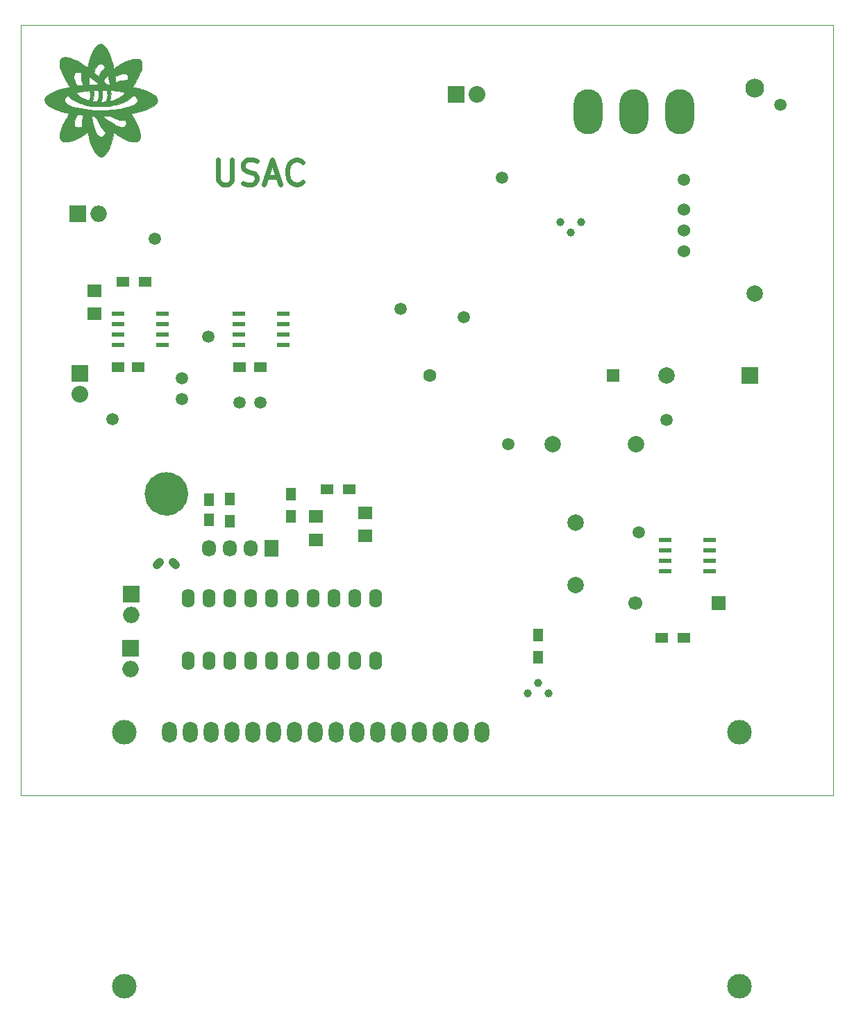
<source format=gts>
%TF.GenerationSoftware,KiCad,Pcbnew,4.0.0-rc2-stable*%
%TF.CreationDate,2016-01-15T11:30:49-06:00*%
%TF.ProjectId,GMCounter,474D436F756E7465722E6B696361645F,rev?*%
%TF.FileFunction,Soldermask,Top*%
%FSLAX46Y46*%
G04 Gerber Fmt 4.6, Leading zero omitted, Abs format (unit mm)*
G04 Created by KiCad (PCBNEW 4.0.0-rc2-stable) date 15/01/2016 11:30:49*
%MOMM*%
G01*
G04 APERTURE LIST*
%ADD10C,0.100000*%
%ADD11C,0.600000*%
%ADD12C,2.600000*%
%ADD13C,0.010000*%
%ADD14C,1.501140*%
%ADD15R,1.600000X1.600000*%
%ADD16C,1.600000*%
%ADD17R,1.800860X1.597660*%
%ADD18C,1.699260*%
%ADD19R,1.699260X1.699260*%
%ADD20C,1.998980*%
%ADD21R,1.998980X1.998980*%
%ADD22O,1.800000X2.600000*%
%ADD23C,3.000000*%
%ADD24C,2.301240*%
%ADD25R,2.032000X2.032000*%
%ADD26O,2.032000X2.032000*%
%ADD27R,1.727200X2.032000*%
%ADD28O,1.727200X2.032000*%
%ADD29C,1.000760*%
%ADD30C,1.524000*%
%ADD31O,3.500120X5.501640*%
%ADD32R,1.500000X1.300000*%
%ADD33R,1.300000X1.500000*%
%ADD34C,2.000000*%
%ADD35O,1.998980X1.998980*%
%ADD36R,1.550000X0.600000*%
%ADD37O,1.600000X2.300000*%
%ADD38C,1.000760*%
%ADD39R,1.500000X1.250000*%
%ADD40R,1.250000X1.500000*%
G04 APERTURE END LIST*
D10*
D11*
X77859572Y-59317143D02*
X77859572Y-61745714D01*
X78002429Y-62031429D01*
X78145286Y-62174286D01*
X78431000Y-62317143D01*
X79002429Y-62317143D01*
X79288143Y-62174286D01*
X79431000Y-62031429D01*
X79573857Y-61745714D01*
X79573857Y-59317143D01*
X80859572Y-62174286D02*
X81288143Y-62317143D01*
X82002429Y-62317143D01*
X82288143Y-62174286D01*
X82431000Y-62031429D01*
X82573857Y-61745714D01*
X82573857Y-61460000D01*
X82431000Y-61174286D01*
X82288143Y-61031429D01*
X82002429Y-60888571D01*
X81431000Y-60745714D01*
X81145286Y-60602857D01*
X81002429Y-60460000D01*
X80859572Y-60174286D01*
X80859572Y-59888571D01*
X81002429Y-59602857D01*
X81145286Y-59460000D01*
X81431000Y-59317143D01*
X82145286Y-59317143D01*
X82573857Y-59460000D01*
X83716715Y-61460000D02*
X85145286Y-61460000D01*
X83431000Y-62317143D02*
X84431000Y-59317143D01*
X85431000Y-62317143D01*
X88145286Y-62031429D02*
X88002429Y-62174286D01*
X87573858Y-62317143D01*
X87288144Y-62317143D01*
X86859572Y-62174286D01*
X86573858Y-61888571D01*
X86431001Y-61602857D01*
X86288144Y-61031429D01*
X86288144Y-60602857D01*
X86431001Y-60031429D01*
X86573858Y-59745714D01*
X86859572Y-59460000D01*
X87288144Y-59317143D01*
X87573858Y-59317143D01*
X88002429Y-59460000D01*
X88145286Y-59602857D01*
D12*
X72898001Y-100076000D02*
G75*
G03X72898001Y-100076000I-1350029J0D01*
G01*
D10*
X152844500Y-42862500D02*
X152844500Y-136842500D01*
X53784500Y-42862500D02*
X152844500Y-42862500D01*
X53784500Y-136842500D02*
X53784500Y-42862500D01*
X152844500Y-136842500D02*
X53784500Y-136842500D01*
D13*
G36*
X63583332Y-45201365D02*
X63713264Y-45232978D01*
X63763661Y-45253886D01*
X63846493Y-45305662D01*
X63942563Y-45384147D01*
X64042528Y-45480242D01*
X64137048Y-45584846D01*
X64216783Y-45688859D01*
X64229325Y-45707552D01*
X64360989Y-45930542D01*
X64489665Y-46190628D01*
X64613493Y-46482588D01*
X64730614Y-46801198D01*
X64839169Y-47141237D01*
X64937297Y-47497482D01*
X65023139Y-47864711D01*
X65057531Y-48033529D01*
X65077844Y-48127722D01*
X65095444Y-48184452D01*
X65112032Y-48208357D01*
X65121949Y-48208976D01*
X65150528Y-48193194D01*
X65205392Y-48159140D01*
X65277806Y-48112329D01*
X65335798Y-48073897D01*
X65679096Y-47853243D01*
X66019172Y-47652501D01*
X66351534Y-47473909D01*
X66671687Y-47319705D01*
X66975136Y-47192126D01*
X67257389Y-47093410D01*
X67371824Y-47060203D01*
X67485336Y-47032658D01*
X67590222Y-47015384D01*
X67703985Y-47006187D01*
X67828583Y-47003002D01*
X67938992Y-47002640D01*
X68018369Y-47005169D01*
X68077998Y-47012308D01*
X68129166Y-47025778D01*
X68183158Y-47047296D01*
X68215445Y-47061937D01*
X68349135Y-47141818D01*
X68451286Y-47245977D01*
X68523310Y-47368821D01*
X68542052Y-47414657D01*
X68554744Y-47462548D01*
X68562458Y-47521864D01*
X68566266Y-47601977D01*
X68567240Y-47712258D01*
X68567142Y-47752000D01*
X68565276Y-47882453D01*
X68559760Y-47984706D01*
X68548930Y-48072843D01*
X68531125Y-48160950D01*
X68508427Y-48249416D01*
X68417969Y-48534933D01*
X68295897Y-48844104D01*
X68143596Y-49174069D01*
X67962452Y-49521965D01*
X67753850Y-49884931D01*
X67582446Y-50161823D01*
X67523584Y-50255069D01*
X67473856Y-50335555D01*
X67437290Y-50396626D01*
X67417916Y-50431624D01*
X67415873Y-50436990D01*
X67435256Y-50446500D01*
X67487456Y-50461085D01*
X67563600Y-50478453D01*
X67622248Y-50490250D01*
X67715423Y-50509483D01*
X67836916Y-50536591D01*
X67974114Y-50568654D01*
X68114400Y-50602750D01*
X68188417Y-50621341D01*
X68591691Y-50732393D01*
X68956981Y-50850485D01*
X69283747Y-50975333D01*
X69571450Y-51106651D01*
X69819549Y-51244154D01*
X70027504Y-51387556D01*
X70194775Y-51536572D01*
X70320824Y-51690916D01*
X70370744Y-51774808D01*
X70419600Y-51911412D01*
X70433591Y-52058362D01*
X70412499Y-52203035D01*
X70379614Y-52290410D01*
X70298518Y-52418876D01*
X70180577Y-52550977D01*
X70030578Y-52682691D01*
X69853312Y-52809996D01*
X69653568Y-52928870D01*
X69564250Y-52975252D01*
X69329177Y-53082512D01*
X69058959Y-53188630D01*
X68760769Y-53291422D01*
X68441782Y-53388704D01*
X68109174Y-53478291D01*
X67770119Y-53557999D01*
X67431790Y-53625645D01*
X67421757Y-53627460D01*
X67336432Y-53642284D01*
X67280497Y-53655088D01*
X67252407Y-53672754D01*
X67250614Y-53702159D01*
X67273572Y-53750185D01*
X67319734Y-53823710D01*
X67362664Y-53890333D01*
X67492383Y-54102575D01*
X67626472Y-54338577D01*
X67759281Y-54587349D01*
X67885158Y-54837898D01*
X67998452Y-55079233D01*
X68093512Y-55300365D01*
X68113768Y-55351208D01*
X68200914Y-55589825D01*
X68265173Y-55803978D01*
X68308830Y-56003243D01*
X68334167Y-56197195D01*
X68341102Y-56304624D01*
X68343556Y-56473248D01*
X68333814Y-56609185D01*
X68310357Y-56720712D01*
X68271666Y-56816106D01*
X68236360Y-56875270D01*
X68161936Y-56960467D01*
X68064061Y-57038466D01*
X67959913Y-57096500D01*
X67917651Y-57112087D01*
X67821998Y-57129941D01*
X67697469Y-57137413D01*
X67556127Y-57134900D01*
X67410036Y-57122796D01*
X67271259Y-57101495D01*
X67214750Y-57089097D01*
X66971282Y-57017024D01*
X66703397Y-56914529D01*
X66414354Y-56783221D01*
X66107410Y-56624713D01*
X65785825Y-56440615D01*
X65452856Y-56232539D01*
X65362846Y-56173399D01*
X65274428Y-56115127D01*
X65199744Y-56066692D01*
X65145261Y-56032228D01*
X65117447Y-56015870D01*
X65115242Y-56015129D01*
X65109529Y-56035840D01*
X65096284Y-56090952D01*
X65077121Y-56173533D01*
X65053655Y-56276651D01*
X65035670Y-56356729D01*
X64935722Y-56770968D01*
X64828728Y-57151451D01*
X64715157Y-57497365D01*
X64595478Y-57807897D01*
X64470159Y-58082235D01*
X64339670Y-58319565D01*
X64204480Y-58519074D01*
X64065057Y-58679949D01*
X63921872Y-58801377D01*
X63775392Y-58882545D01*
X63626087Y-58922640D01*
X63552917Y-58927054D01*
X63468759Y-58921899D01*
X63389341Y-58909647D01*
X63350833Y-58899290D01*
X63209551Y-58827832D01*
X63069303Y-58715908D01*
X62930994Y-58565383D01*
X62795530Y-58378125D01*
X62663817Y-58156000D01*
X62536760Y-57900873D01*
X62415266Y-57614612D01*
X62300239Y-57299084D01*
X62192586Y-56956154D01*
X62093212Y-56587689D01*
X62003023Y-56195556D01*
X61976617Y-56067213D01*
X61952664Y-55947510D01*
X61630957Y-56154884D01*
X61239805Y-56397254D01*
X60871946Y-56605093D01*
X60527495Y-56778351D01*
X60206569Y-56916981D01*
X59909283Y-57020936D01*
X59635753Y-57090168D01*
X59386094Y-57124628D01*
X59272752Y-57128805D01*
X59078291Y-57115082D01*
X58915166Y-57073299D01*
X58782292Y-57002617D01*
X58678583Y-56902197D01*
X58602954Y-56771199D01*
X58554319Y-56608785D01*
X58546952Y-56567617D01*
X58535043Y-56384349D01*
X58552703Y-56173979D01*
X58599044Y-55938804D01*
X58673178Y-55681125D01*
X58774216Y-55403239D01*
X58901270Y-55107445D01*
X59044135Y-54815105D01*
X60296890Y-54815105D01*
X60299157Y-54977862D01*
X60332411Y-55112693D01*
X60396569Y-55219289D01*
X60491545Y-55297342D01*
X60617258Y-55346544D01*
X60642500Y-55352183D01*
X60704451Y-55363607D01*
X60753870Y-55368115D01*
X60806646Y-55365561D01*
X60878664Y-55355796D01*
X60917667Y-55349639D01*
X61003067Y-55334384D01*
X61083129Y-55317479D01*
X61129333Y-55305701D01*
X61203417Y-55283803D01*
X61204947Y-54983943D01*
X61214523Y-54744961D01*
X61242576Y-54522400D01*
X61291959Y-54299632D01*
X61361489Y-54071902D01*
X61388262Y-53989308D01*
X61395971Y-53962734D01*
X62399333Y-53962734D01*
X62403696Y-54012310D01*
X62415824Y-54095660D01*
X62434277Y-54205234D01*
X62457612Y-54333485D01*
X62484390Y-54472866D01*
X62513169Y-54615830D01*
X62542508Y-54754829D01*
X62570967Y-54882314D01*
X62590788Y-54965517D01*
X62672669Y-55274446D01*
X62756414Y-55544003D01*
X62843332Y-55777147D01*
X62934733Y-55976835D01*
X63031927Y-56146025D01*
X63136224Y-56287675D01*
X63213333Y-56371216D01*
X63329967Y-56464236D01*
X63448290Y-56515094D01*
X63569122Y-56523955D01*
X63693285Y-56490980D01*
X63729484Y-56473899D01*
X63830269Y-56402979D01*
X63934892Y-56293365D01*
X64040427Y-56148152D01*
X64046811Y-56138239D01*
X64132118Y-56004895D01*
X63936447Y-55810155D01*
X63749292Y-55600491D01*
X63571686Y-55355166D01*
X63407474Y-55080469D01*
X63260503Y-54782685D01*
X63163242Y-54546229D01*
X63130491Y-54461063D01*
X63102420Y-54397055D01*
X63072392Y-54344856D01*
X63033772Y-54295117D01*
X62979922Y-54238491D01*
X62904206Y-54165629D01*
X62870346Y-54133651D01*
X62690948Y-53964416D01*
X63713416Y-53964416D01*
X63854426Y-54080833D01*
X64120156Y-54292277D01*
X64393364Y-54494756D01*
X64667467Y-54683948D01*
X64935879Y-54855533D01*
X65192016Y-55005187D01*
X65429294Y-55128590D01*
X65504176Y-55163651D01*
X65696792Y-55239812D01*
X65885613Y-55293263D01*
X66063561Y-55322837D01*
X66223555Y-55327367D01*
X66358515Y-55305686D01*
X66361109Y-55304917D01*
X66445118Y-55261492D01*
X66523803Y-55189430D01*
X66584840Y-55101848D01*
X66609973Y-55040123D01*
X66627482Y-54935413D01*
X66631289Y-54808969D01*
X66621404Y-54679107D01*
X66609746Y-54611041D01*
X66586825Y-54504166D01*
X66374946Y-54504166D01*
X66128538Y-54488421D01*
X65860634Y-54440890D01*
X65568908Y-54361128D01*
X65486357Y-54334211D01*
X65343583Y-54282736D01*
X65191092Y-54221874D01*
X65039508Y-54156345D01*
X64899457Y-54090868D01*
X64781566Y-54030163D01*
X64717083Y-53992511D01*
X64632417Y-53939042D01*
X64172916Y-53951729D01*
X63713416Y-53964416D01*
X62690948Y-53964416D01*
X62657291Y-53932666D01*
X62528312Y-53932666D01*
X62452759Y-53935306D01*
X62412152Y-53944331D01*
X62399371Y-53961403D01*
X62399333Y-53962734D01*
X61395971Y-53962734D01*
X61407500Y-53923000D01*
X61416638Y-53882228D01*
X61416408Y-53874019D01*
X61394380Y-53869518D01*
X61338542Y-53861403D01*
X61257167Y-53850666D01*
X61158525Y-53838293D01*
X61050890Y-53825274D01*
X60942533Y-53812598D01*
X60841728Y-53801255D01*
X60756745Y-53792232D01*
X60695858Y-53786520D01*
X60672004Y-53785021D01*
X60652807Y-53803348D01*
X60621918Y-53854094D01*
X60582638Y-53930089D01*
X60538268Y-54024163D01*
X60492109Y-54129145D01*
X60447462Y-54237866D01*
X60407627Y-54343153D01*
X60385652Y-54407047D01*
X60325694Y-54624730D01*
X60296890Y-54815105D01*
X59044135Y-54815105D01*
X59053452Y-54796042D01*
X59229873Y-54471329D01*
X59429646Y-54135604D01*
X59574974Y-53907399D01*
X59750515Y-53638715D01*
X59630299Y-53614718D01*
X59196640Y-53521026D01*
X58793059Y-53419301D01*
X58420828Y-53310122D01*
X58081222Y-53194071D01*
X57775515Y-53071727D01*
X57504981Y-52943672D01*
X57270893Y-52810487D01*
X57074526Y-52672752D01*
X56917152Y-52531047D01*
X56800047Y-52385954D01*
X56752235Y-52302833D01*
X56717831Y-52221792D01*
X56700469Y-52144854D01*
X56695484Y-52050269D01*
X56695489Y-52038250D01*
X56700076Y-51980166D01*
X59098519Y-51980166D01*
X59099869Y-52099122D01*
X59141434Y-52216778D01*
X59222157Y-52332314D01*
X59340979Y-52444909D01*
X59496841Y-52553742D01*
X59688686Y-52657993D01*
X59915455Y-52756841D01*
X60176089Y-52849465D01*
X60469532Y-52935043D01*
X60550465Y-52955887D01*
X61049295Y-53065701D01*
X61584069Y-53153808D01*
X62154355Y-53220153D01*
X62759720Y-53264685D01*
X63224833Y-53283423D01*
X63314282Y-53286177D01*
X63388137Y-53289058D01*
X63435875Y-53291625D01*
X63447083Y-53292725D01*
X63473133Y-53293021D01*
X63535708Y-53291890D01*
X63629028Y-53289491D01*
X63747314Y-53285986D01*
X63884787Y-53281535D01*
X64029167Y-53276531D01*
X64397411Y-53260853D01*
X64731203Y-53241000D01*
X65038293Y-53216155D01*
X65326428Y-53185501D01*
X65603358Y-53148220D01*
X65876830Y-53103496D01*
X66135250Y-53054425D01*
X66498954Y-52974469D01*
X66821818Y-52889277D01*
X67105066Y-52798382D01*
X67349921Y-52701314D01*
X67557608Y-52597606D01*
X67729351Y-52486789D01*
X67825566Y-52407741D01*
X67935662Y-52288192D01*
X68003467Y-52169237D01*
X68029013Y-52050536D01*
X68012332Y-51931752D01*
X67953455Y-51812548D01*
X67889611Y-51731383D01*
X67833472Y-51676880D01*
X67758877Y-51614420D01*
X67677628Y-51552868D01*
X67601527Y-51501093D01*
X67542376Y-51467961D01*
X67534721Y-51464769D01*
X67506288Y-51474498D01*
X67453582Y-51513472D01*
X67380035Y-51578929D01*
X67317115Y-51639897D01*
X67077121Y-51850817D01*
X66800032Y-52042953D01*
X66486941Y-52215787D01*
X66138943Y-52368803D01*
X65757132Y-52501483D01*
X65342602Y-52613311D01*
X65181320Y-52649263D01*
X64614831Y-52747256D01*
X64039156Y-52804331D01*
X63456206Y-52820422D01*
X62867895Y-52795464D01*
X62388793Y-52745118D01*
X61958272Y-52675168D01*
X61549028Y-52583190D01*
X61163765Y-52470282D01*
X60805187Y-52337541D01*
X60576820Y-52232457D01*
X63521167Y-52232457D01*
X63540710Y-52236274D01*
X63592947Y-52238207D01*
X63668292Y-52238447D01*
X63757154Y-52237186D01*
X63849948Y-52234614D01*
X63937084Y-52230925D01*
X64008975Y-52226308D01*
X64050333Y-52221889D01*
X64145583Y-52207583D01*
X64191292Y-52093053D01*
X64621685Y-52093053D01*
X64626490Y-52120734D01*
X64652863Y-52130360D01*
X64706025Y-52124383D01*
X64791194Y-52105254D01*
X64886417Y-52082001D01*
X65203731Y-51991469D01*
X65499040Y-51880211D01*
X65767727Y-51750470D01*
X66005173Y-51604489D01*
X66206761Y-51444510D01*
X66215509Y-51436468D01*
X66293877Y-51358515D01*
X66362407Y-51280330D01*
X66416652Y-51208218D01*
X66452161Y-51148485D01*
X66464487Y-51107434D01*
X66457511Y-51093495D01*
X66414252Y-51077830D01*
X66336913Y-51058653D01*
X66231003Y-51036753D01*
X66102029Y-51012922D01*
X65955499Y-50987947D01*
X65796922Y-50962621D01*
X65631805Y-50937732D01*
X65465657Y-50914070D01*
X65303986Y-50892427D01*
X65152299Y-50873590D01*
X65016104Y-50858351D01*
X64900911Y-50847500D01*
X64812226Y-50841826D01*
X64755558Y-50842119D01*
X64737326Y-50846785D01*
X64734584Y-50872002D01*
X64738652Y-50926634D01*
X64747786Y-50993151D01*
X64768350Y-51231219D01*
X64757255Y-51486669D01*
X64715406Y-51749834D01*
X64655903Y-51973718D01*
X64633229Y-52044865D01*
X64621685Y-52093053D01*
X64191292Y-52093053D01*
X64215771Y-52031721D01*
X64281073Y-51848479D01*
X64321758Y-51681856D01*
X64340596Y-51516190D01*
X64340357Y-51335821D01*
X64340042Y-51329166D01*
X64325715Y-51163815D01*
X64299082Y-51026186D01*
X64278829Y-50958750D01*
X64228398Y-50810583D01*
X63939826Y-50804704D01*
X63651255Y-50798825D01*
X63675610Y-50878787D01*
X63684584Y-50929600D01*
X63692067Y-51013095D01*
X63697458Y-51119630D01*
X63700156Y-51239566D01*
X63700350Y-51276250D01*
X63697094Y-51458710D01*
X63685230Y-51614333D01*
X63662347Y-51758157D01*
X63626037Y-51905222D01*
X63573888Y-52070567D01*
X63572294Y-52075261D01*
X63547754Y-52148259D01*
X63529649Y-52203735D01*
X63521357Y-52231301D01*
X63521167Y-52232457D01*
X60576820Y-52232457D01*
X60475998Y-52186064D01*
X60387531Y-52135706D01*
X62511678Y-52135706D01*
X62513466Y-52153393D01*
X62535537Y-52166711D01*
X62585002Y-52178012D01*
X62668972Y-52189645D01*
X62678130Y-52190749D01*
X62778091Y-52201406D01*
X62878329Y-52209967D01*
X62958936Y-52214757D01*
X62966427Y-52215001D01*
X63078437Y-52218166D01*
X63138415Y-52084487D01*
X63192673Y-51957142D01*
X63230897Y-51847925D01*
X63255758Y-51743708D01*
X63269928Y-51631360D01*
X63276077Y-51497752D01*
X63277025Y-51403250D01*
X63276463Y-51279113D01*
X63273388Y-51186649D01*
X63266550Y-51115216D01*
X63254697Y-51054172D01*
X63236578Y-50992876D01*
X63224756Y-50958750D01*
X63171917Y-50810583D01*
X63044917Y-50803690D01*
X62953673Y-50802148D01*
X62846784Y-50805188D01*
X62767040Y-50810546D01*
X62616163Y-50824294D01*
X62634057Y-50902105D01*
X62662414Y-51090211D01*
X62668721Y-51302139D01*
X62653651Y-51525994D01*
X62617880Y-51749883D01*
X62576590Y-51915034D01*
X62551087Y-52001555D01*
X62529444Y-52075100D01*
X62514974Y-52124402D01*
X62511678Y-52135706D01*
X60387531Y-52135706D01*
X60178904Y-52016951D01*
X59916609Y-51831299D01*
X59725988Y-51664188D01*
X59552752Y-51495546D01*
X59488143Y-51526356D01*
X59421878Y-51567970D01*
X59343002Y-51631989D01*
X59262907Y-51707519D01*
X59192986Y-51783666D01*
X59144631Y-51849538D01*
X59138442Y-51860732D01*
X59098519Y-51980166D01*
X56700076Y-51980166D01*
X56705258Y-51914553D01*
X56736677Y-51805333D01*
X56794473Y-51700349D01*
X56883375Y-51589364D01*
X56921754Y-51548206D01*
X57094333Y-51393252D01*
X57308234Y-51244821D01*
X57495864Y-51140470D01*
X60566618Y-51140470D01*
X60580906Y-51180231D01*
X60622868Y-51240117D01*
X60694330Y-51322954D01*
X60746823Y-51379273D01*
X60880440Y-51505732D01*
X61031305Y-51619641D01*
X61208922Y-51727702D01*
X61334215Y-51793486D01*
X61426328Y-51836743D01*
X61534365Y-51882976D01*
X61650535Y-51929359D01*
X61767045Y-51973064D01*
X61876106Y-52011266D01*
X61969925Y-52041137D01*
X62040711Y-52059851D01*
X62080673Y-52064581D01*
X62081235Y-52064491D01*
X62106236Y-52042922D01*
X62134847Y-51994144D01*
X62148566Y-51961628D01*
X62192257Y-51816914D01*
X62226273Y-51651541D01*
X62246821Y-51486773D01*
X62251167Y-51386361D01*
X62246589Y-51303124D01*
X62234320Y-51205495D01*
X62216555Y-51104156D01*
X62195490Y-51009791D01*
X62173318Y-50933081D01*
X62152237Y-50884709D01*
X62146582Y-50877449D01*
X62116381Y-50870955D01*
X62050417Y-50871662D01*
X61954483Y-50878682D01*
X61834369Y-50891126D01*
X61695866Y-50908106D01*
X61544766Y-50928734D01*
X61386860Y-50952121D01*
X61227940Y-50977380D01*
X61073796Y-51003621D01*
X60930220Y-51029958D01*
X60803002Y-51055501D01*
X60697935Y-51079363D01*
X60620809Y-51100654D01*
X60578179Y-51118007D01*
X60566618Y-51140470D01*
X57495864Y-51140470D01*
X57562908Y-51103184D01*
X57857808Y-50968613D01*
X58192387Y-50841378D01*
X58566096Y-50721751D01*
X58626789Y-50704109D01*
X58734307Y-50674326D01*
X58859647Y-50641348D01*
X58995748Y-50606850D01*
X59135552Y-50572504D01*
X59271999Y-50539985D01*
X59398030Y-50510966D01*
X59506586Y-50487122D01*
X59590607Y-50470125D01*
X59643034Y-50461649D01*
X59652096Y-50461009D01*
X59691100Y-50456094D01*
X59709841Y-50439183D01*
X59707319Y-50405286D01*
X59682531Y-50349412D01*
X59634477Y-50266573D01*
X59602902Y-50215844D01*
X59349314Y-49797859D01*
X59128486Y-49400756D01*
X59020295Y-49184366D01*
X60242927Y-49184366D01*
X60270018Y-49373990D01*
X60325474Y-49585920D01*
X60375514Y-49731392D01*
X60427104Y-49862624D01*
X60480549Y-49986394D01*
X60532824Y-50096776D01*
X60580901Y-50187839D01*
X60621753Y-50253655D01*
X60652352Y-50288295D01*
X60661835Y-50292133D01*
X60693917Y-50290029D01*
X60759773Y-50284146D01*
X60851093Y-50275279D01*
X60959565Y-50264220D01*
X61012917Y-50258617D01*
X61125844Y-50246300D01*
X61224770Y-50234854D01*
X61301591Y-50225268D01*
X61348203Y-50218529D01*
X61357359Y-50216629D01*
X61371508Y-50202335D01*
X61365915Y-50167615D01*
X61350943Y-50128453D01*
X61325027Y-50055841D01*
X61294084Y-49952955D01*
X61261003Y-49831111D01*
X61228674Y-49701621D01*
X61199987Y-49575799D01*
X61199019Y-49570953D01*
X62055862Y-49570953D01*
X62058200Y-49720001D01*
X62069959Y-49866629D01*
X62090897Y-49996329D01*
X62091615Y-49999588D01*
X62127753Y-50162018D01*
X62311168Y-50151032D01*
X62393712Y-50146642D01*
X62507391Y-50141370D01*
X62641031Y-50135695D01*
X62783455Y-50130095D01*
X62894103Y-50126064D01*
X63293622Y-50112083D01*
X63095186Y-49941957D01*
X62996509Y-49859237D01*
X62884897Y-49768821D01*
X62765315Y-49674414D01*
X62755087Y-49666513D01*
X63836721Y-49666513D01*
X64073757Y-49889298D01*
X64159227Y-49967865D01*
X64237057Y-50036155D01*
X64300718Y-50088679D01*
X64343678Y-50119949D01*
X64355188Y-50125848D01*
X64400634Y-50133849D01*
X64470231Y-50139767D01*
X64522251Y-50141723D01*
X64644918Y-50143833D01*
X64633053Y-50075041D01*
X64600022Y-49887728D01*
X64566143Y-49703209D01*
X64533199Y-49530767D01*
X64502969Y-49379685D01*
X64477234Y-49259244D01*
X64472714Y-49239348D01*
X64449051Y-49136583D01*
X65251747Y-49136583D01*
X65263303Y-49253916D01*
X65281384Y-49434156D01*
X65296549Y-49576322D01*
X65309467Y-49684519D01*
X65320808Y-49762856D01*
X65331241Y-49815440D01*
X65341435Y-49846376D01*
X65352058Y-49859773D01*
X65362098Y-49860380D01*
X65394793Y-49849261D01*
X65457503Y-49827747D01*
X65540232Y-49799273D01*
X65606083Y-49776561D01*
X65882207Y-49692391D01*
X66142777Y-49637185D01*
X66400608Y-49608484D01*
X66505667Y-49603879D01*
X66770250Y-49597049D01*
X66794676Y-49494732D01*
X66813311Y-49381195D01*
X66820194Y-49257097D01*
X66815079Y-49140229D01*
X66800727Y-49058463D01*
X66749931Y-48945253D01*
X66669312Y-48860629D01*
X66560315Y-48804636D01*
X66424387Y-48777322D01*
X66262971Y-48778734D01*
X66077515Y-48808918D01*
X65869462Y-48867922D01*
X65640258Y-48955791D01*
X65505665Y-49016459D01*
X65251747Y-49136583D01*
X64449051Y-49136583D01*
X64427720Y-49043947D01*
X64360735Y-49078518D01*
X64300141Y-49120019D01*
X64223208Y-49187561D01*
X64138091Y-49272656D01*
X64052946Y-49366818D01*
X63975930Y-49461561D01*
X63927366Y-49529465D01*
X63836721Y-49666513D01*
X62755087Y-49666513D01*
X62642730Y-49579725D01*
X62522107Y-49488460D01*
X62408414Y-49404327D01*
X62306616Y-49331034D01*
X62221680Y-49272288D01*
X62158571Y-49231797D01*
X62122256Y-49213267D01*
X62118056Y-49212500D01*
X62107554Y-49231184D01*
X62092015Y-49279277D01*
X62080409Y-49323625D01*
X62063185Y-49433992D01*
X62055862Y-49570953D01*
X61199019Y-49570953D01*
X61177831Y-49464959D01*
X61170770Y-49423036D01*
X61161669Y-49337670D01*
X61155402Y-49224986D01*
X61152554Y-49099939D01*
X61153559Y-48982872D01*
X61161083Y-48702588D01*
X61044667Y-48666502D01*
X60967491Y-48650816D01*
X62690581Y-48650816D01*
X62803168Y-48746450D01*
X62868767Y-48802235D01*
X62953365Y-48874265D01*
X63043762Y-48951298D01*
X63094730Y-48994764D01*
X63273706Y-49147444D01*
X63323345Y-49040305D01*
X63355851Y-48975309D01*
X63402799Y-48887862D01*
X63456700Y-48791723D01*
X63488955Y-48736112D01*
X63564605Y-48616489D01*
X63653095Y-48490805D01*
X63747315Y-48368034D01*
X63840152Y-48257148D01*
X63924495Y-48167121D01*
X63979031Y-48117776D01*
X64058433Y-48054078D01*
X63988843Y-47945631D01*
X63934650Y-47872325D01*
X63864506Y-47791958D01*
X63806317Y-47733968D01*
X63687212Y-47646423D01*
X63568031Y-47600816D01*
X63449351Y-47596755D01*
X63331751Y-47633849D01*
X63215810Y-47711708D01*
X63102106Y-47829940D01*
X62991218Y-47988153D01*
X62883726Y-48185959D01*
X62780206Y-48422964D01*
X62777847Y-48428950D01*
X62690581Y-48650816D01*
X60967491Y-48650816D01*
X60922619Y-48641696D01*
X60762638Y-48630900D01*
X60715037Y-48630416D01*
X60615089Y-48631354D01*
X60546171Y-48635589D01*
X60496998Y-48645250D01*
X60456284Y-48662469D01*
X60416720Y-48686736D01*
X60331097Y-48768233D01*
X60273541Y-48879597D01*
X60244126Y-49018938D01*
X60242927Y-49184366D01*
X59020295Y-49184366D01*
X58940704Y-49025181D01*
X58786256Y-48671783D01*
X58665429Y-48341208D01*
X58578510Y-48034103D01*
X58533453Y-47804916D01*
X58513513Y-47583862D01*
X58524820Y-47387033D01*
X58566859Y-47215793D01*
X58639116Y-47071502D01*
X58741076Y-46955522D01*
X58872224Y-46869216D01*
X58890335Y-46860721D01*
X58999739Y-46827677D01*
X59138776Y-46810895D01*
X59298045Y-46810248D01*
X59468147Y-46825610D01*
X59639681Y-46856856D01*
X59698320Y-46871522D01*
X59968924Y-46956794D01*
X60255815Y-47071481D01*
X60560771Y-47216493D01*
X60885575Y-47392741D01*
X61232008Y-47601133D01*
X61601850Y-47842581D01*
X61611749Y-47849277D01*
X61728423Y-47926627D01*
X61823243Y-47986112D01*
X61892866Y-48025788D01*
X61933950Y-48043709D01*
X61943874Y-48042494D01*
X61952176Y-48008860D01*
X61965048Y-47948159D01*
X61976602Y-47889583D01*
X62000394Y-47776248D01*
X62033574Y-47633517D01*
X62073266Y-47472512D01*
X62116596Y-47304354D01*
X62160688Y-47140166D01*
X62202669Y-46991071D01*
X62239663Y-46868189D01*
X62244633Y-46852615D01*
X62356822Y-46531074D01*
X62475941Y-46240130D01*
X62600938Y-45981381D01*
X62730764Y-45756425D01*
X62864367Y-45566858D01*
X63000697Y-45414278D01*
X63138702Y-45300282D01*
X63277332Y-45226468D01*
X63324788Y-45210706D01*
X63447461Y-45193313D01*
X63583332Y-45201365D01*
X63583332Y-45201365D01*
G37*
X63583332Y-45201365D02*
X63713264Y-45232978D01*
X63763661Y-45253886D01*
X63846493Y-45305662D01*
X63942563Y-45384147D01*
X64042528Y-45480242D01*
X64137048Y-45584846D01*
X64216783Y-45688859D01*
X64229325Y-45707552D01*
X64360989Y-45930542D01*
X64489665Y-46190628D01*
X64613493Y-46482588D01*
X64730614Y-46801198D01*
X64839169Y-47141237D01*
X64937297Y-47497482D01*
X65023139Y-47864711D01*
X65057531Y-48033529D01*
X65077844Y-48127722D01*
X65095444Y-48184452D01*
X65112032Y-48208357D01*
X65121949Y-48208976D01*
X65150528Y-48193194D01*
X65205392Y-48159140D01*
X65277806Y-48112329D01*
X65335798Y-48073897D01*
X65679096Y-47853243D01*
X66019172Y-47652501D01*
X66351534Y-47473909D01*
X66671687Y-47319705D01*
X66975136Y-47192126D01*
X67257389Y-47093410D01*
X67371824Y-47060203D01*
X67485336Y-47032658D01*
X67590222Y-47015384D01*
X67703985Y-47006187D01*
X67828583Y-47003002D01*
X67938992Y-47002640D01*
X68018369Y-47005169D01*
X68077998Y-47012308D01*
X68129166Y-47025778D01*
X68183158Y-47047296D01*
X68215445Y-47061937D01*
X68349135Y-47141818D01*
X68451286Y-47245977D01*
X68523310Y-47368821D01*
X68542052Y-47414657D01*
X68554744Y-47462548D01*
X68562458Y-47521864D01*
X68566266Y-47601977D01*
X68567240Y-47712258D01*
X68567142Y-47752000D01*
X68565276Y-47882453D01*
X68559760Y-47984706D01*
X68548930Y-48072843D01*
X68531125Y-48160950D01*
X68508427Y-48249416D01*
X68417969Y-48534933D01*
X68295897Y-48844104D01*
X68143596Y-49174069D01*
X67962452Y-49521965D01*
X67753850Y-49884931D01*
X67582446Y-50161823D01*
X67523584Y-50255069D01*
X67473856Y-50335555D01*
X67437290Y-50396626D01*
X67417916Y-50431624D01*
X67415873Y-50436990D01*
X67435256Y-50446500D01*
X67487456Y-50461085D01*
X67563600Y-50478453D01*
X67622248Y-50490250D01*
X67715423Y-50509483D01*
X67836916Y-50536591D01*
X67974114Y-50568654D01*
X68114400Y-50602750D01*
X68188417Y-50621341D01*
X68591691Y-50732393D01*
X68956981Y-50850485D01*
X69283747Y-50975333D01*
X69571450Y-51106651D01*
X69819549Y-51244154D01*
X70027504Y-51387556D01*
X70194775Y-51536572D01*
X70320824Y-51690916D01*
X70370744Y-51774808D01*
X70419600Y-51911412D01*
X70433591Y-52058362D01*
X70412499Y-52203035D01*
X70379614Y-52290410D01*
X70298518Y-52418876D01*
X70180577Y-52550977D01*
X70030578Y-52682691D01*
X69853312Y-52809996D01*
X69653568Y-52928870D01*
X69564250Y-52975252D01*
X69329177Y-53082512D01*
X69058959Y-53188630D01*
X68760769Y-53291422D01*
X68441782Y-53388704D01*
X68109174Y-53478291D01*
X67770119Y-53557999D01*
X67431790Y-53625645D01*
X67421757Y-53627460D01*
X67336432Y-53642284D01*
X67280497Y-53655088D01*
X67252407Y-53672754D01*
X67250614Y-53702159D01*
X67273572Y-53750185D01*
X67319734Y-53823710D01*
X67362664Y-53890333D01*
X67492383Y-54102575D01*
X67626472Y-54338577D01*
X67759281Y-54587349D01*
X67885158Y-54837898D01*
X67998452Y-55079233D01*
X68093512Y-55300365D01*
X68113768Y-55351208D01*
X68200914Y-55589825D01*
X68265173Y-55803978D01*
X68308830Y-56003243D01*
X68334167Y-56197195D01*
X68341102Y-56304624D01*
X68343556Y-56473248D01*
X68333814Y-56609185D01*
X68310357Y-56720712D01*
X68271666Y-56816106D01*
X68236360Y-56875270D01*
X68161936Y-56960467D01*
X68064061Y-57038466D01*
X67959913Y-57096500D01*
X67917651Y-57112087D01*
X67821998Y-57129941D01*
X67697469Y-57137413D01*
X67556127Y-57134900D01*
X67410036Y-57122796D01*
X67271259Y-57101495D01*
X67214750Y-57089097D01*
X66971282Y-57017024D01*
X66703397Y-56914529D01*
X66414354Y-56783221D01*
X66107410Y-56624713D01*
X65785825Y-56440615D01*
X65452856Y-56232539D01*
X65362846Y-56173399D01*
X65274428Y-56115127D01*
X65199744Y-56066692D01*
X65145261Y-56032228D01*
X65117447Y-56015870D01*
X65115242Y-56015129D01*
X65109529Y-56035840D01*
X65096284Y-56090952D01*
X65077121Y-56173533D01*
X65053655Y-56276651D01*
X65035670Y-56356729D01*
X64935722Y-56770968D01*
X64828728Y-57151451D01*
X64715157Y-57497365D01*
X64595478Y-57807897D01*
X64470159Y-58082235D01*
X64339670Y-58319565D01*
X64204480Y-58519074D01*
X64065057Y-58679949D01*
X63921872Y-58801377D01*
X63775392Y-58882545D01*
X63626087Y-58922640D01*
X63552917Y-58927054D01*
X63468759Y-58921899D01*
X63389341Y-58909647D01*
X63350833Y-58899290D01*
X63209551Y-58827832D01*
X63069303Y-58715908D01*
X62930994Y-58565383D01*
X62795530Y-58378125D01*
X62663817Y-58156000D01*
X62536760Y-57900873D01*
X62415266Y-57614612D01*
X62300239Y-57299084D01*
X62192586Y-56956154D01*
X62093212Y-56587689D01*
X62003023Y-56195556D01*
X61976617Y-56067213D01*
X61952664Y-55947510D01*
X61630957Y-56154884D01*
X61239805Y-56397254D01*
X60871946Y-56605093D01*
X60527495Y-56778351D01*
X60206569Y-56916981D01*
X59909283Y-57020936D01*
X59635753Y-57090168D01*
X59386094Y-57124628D01*
X59272752Y-57128805D01*
X59078291Y-57115082D01*
X58915166Y-57073299D01*
X58782292Y-57002617D01*
X58678583Y-56902197D01*
X58602954Y-56771199D01*
X58554319Y-56608785D01*
X58546952Y-56567617D01*
X58535043Y-56384349D01*
X58552703Y-56173979D01*
X58599044Y-55938804D01*
X58673178Y-55681125D01*
X58774216Y-55403239D01*
X58901270Y-55107445D01*
X59044135Y-54815105D01*
X60296890Y-54815105D01*
X60299157Y-54977862D01*
X60332411Y-55112693D01*
X60396569Y-55219289D01*
X60491545Y-55297342D01*
X60617258Y-55346544D01*
X60642500Y-55352183D01*
X60704451Y-55363607D01*
X60753870Y-55368115D01*
X60806646Y-55365561D01*
X60878664Y-55355796D01*
X60917667Y-55349639D01*
X61003067Y-55334384D01*
X61083129Y-55317479D01*
X61129333Y-55305701D01*
X61203417Y-55283803D01*
X61204947Y-54983943D01*
X61214523Y-54744961D01*
X61242576Y-54522400D01*
X61291959Y-54299632D01*
X61361489Y-54071902D01*
X61388262Y-53989308D01*
X61395971Y-53962734D01*
X62399333Y-53962734D01*
X62403696Y-54012310D01*
X62415824Y-54095660D01*
X62434277Y-54205234D01*
X62457612Y-54333485D01*
X62484390Y-54472866D01*
X62513169Y-54615830D01*
X62542508Y-54754829D01*
X62570967Y-54882314D01*
X62590788Y-54965517D01*
X62672669Y-55274446D01*
X62756414Y-55544003D01*
X62843332Y-55777147D01*
X62934733Y-55976835D01*
X63031927Y-56146025D01*
X63136224Y-56287675D01*
X63213333Y-56371216D01*
X63329967Y-56464236D01*
X63448290Y-56515094D01*
X63569122Y-56523955D01*
X63693285Y-56490980D01*
X63729484Y-56473899D01*
X63830269Y-56402979D01*
X63934892Y-56293365D01*
X64040427Y-56148152D01*
X64046811Y-56138239D01*
X64132118Y-56004895D01*
X63936447Y-55810155D01*
X63749292Y-55600491D01*
X63571686Y-55355166D01*
X63407474Y-55080469D01*
X63260503Y-54782685D01*
X63163242Y-54546229D01*
X63130491Y-54461063D01*
X63102420Y-54397055D01*
X63072392Y-54344856D01*
X63033772Y-54295117D01*
X62979922Y-54238491D01*
X62904206Y-54165629D01*
X62870346Y-54133651D01*
X62690948Y-53964416D01*
X63713416Y-53964416D01*
X63854426Y-54080833D01*
X64120156Y-54292277D01*
X64393364Y-54494756D01*
X64667467Y-54683948D01*
X64935879Y-54855533D01*
X65192016Y-55005187D01*
X65429294Y-55128590D01*
X65504176Y-55163651D01*
X65696792Y-55239812D01*
X65885613Y-55293263D01*
X66063561Y-55322837D01*
X66223555Y-55327367D01*
X66358515Y-55305686D01*
X66361109Y-55304917D01*
X66445118Y-55261492D01*
X66523803Y-55189430D01*
X66584840Y-55101848D01*
X66609973Y-55040123D01*
X66627482Y-54935413D01*
X66631289Y-54808969D01*
X66621404Y-54679107D01*
X66609746Y-54611041D01*
X66586825Y-54504166D01*
X66374946Y-54504166D01*
X66128538Y-54488421D01*
X65860634Y-54440890D01*
X65568908Y-54361128D01*
X65486357Y-54334211D01*
X65343583Y-54282736D01*
X65191092Y-54221874D01*
X65039508Y-54156345D01*
X64899457Y-54090868D01*
X64781566Y-54030163D01*
X64717083Y-53992511D01*
X64632417Y-53939042D01*
X64172916Y-53951729D01*
X63713416Y-53964416D01*
X62690948Y-53964416D01*
X62657291Y-53932666D01*
X62528312Y-53932666D01*
X62452759Y-53935306D01*
X62412152Y-53944331D01*
X62399371Y-53961403D01*
X62399333Y-53962734D01*
X61395971Y-53962734D01*
X61407500Y-53923000D01*
X61416638Y-53882228D01*
X61416408Y-53874019D01*
X61394380Y-53869518D01*
X61338542Y-53861403D01*
X61257167Y-53850666D01*
X61158525Y-53838293D01*
X61050890Y-53825274D01*
X60942533Y-53812598D01*
X60841728Y-53801255D01*
X60756745Y-53792232D01*
X60695858Y-53786520D01*
X60672004Y-53785021D01*
X60652807Y-53803348D01*
X60621918Y-53854094D01*
X60582638Y-53930089D01*
X60538268Y-54024163D01*
X60492109Y-54129145D01*
X60447462Y-54237866D01*
X60407627Y-54343153D01*
X60385652Y-54407047D01*
X60325694Y-54624730D01*
X60296890Y-54815105D01*
X59044135Y-54815105D01*
X59053452Y-54796042D01*
X59229873Y-54471329D01*
X59429646Y-54135604D01*
X59574974Y-53907399D01*
X59750515Y-53638715D01*
X59630299Y-53614718D01*
X59196640Y-53521026D01*
X58793059Y-53419301D01*
X58420828Y-53310122D01*
X58081222Y-53194071D01*
X57775515Y-53071727D01*
X57504981Y-52943672D01*
X57270893Y-52810487D01*
X57074526Y-52672752D01*
X56917152Y-52531047D01*
X56800047Y-52385954D01*
X56752235Y-52302833D01*
X56717831Y-52221792D01*
X56700469Y-52144854D01*
X56695484Y-52050269D01*
X56695489Y-52038250D01*
X56700076Y-51980166D01*
X59098519Y-51980166D01*
X59099869Y-52099122D01*
X59141434Y-52216778D01*
X59222157Y-52332314D01*
X59340979Y-52444909D01*
X59496841Y-52553742D01*
X59688686Y-52657993D01*
X59915455Y-52756841D01*
X60176089Y-52849465D01*
X60469532Y-52935043D01*
X60550465Y-52955887D01*
X61049295Y-53065701D01*
X61584069Y-53153808D01*
X62154355Y-53220153D01*
X62759720Y-53264685D01*
X63224833Y-53283423D01*
X63314282Y-53286177D01*
X63388137Y-53289058D01*
X63435875Y-53291625D01*
X63447083Y-53292725D01*
X63473133Y-53293021D01*
X63535708Y-53291890D01*
X63629028Y-53289491D01*
X63747314Y-53285986D01*
X63884787Y-53281535D01*
X64029167Y-53276531D01*
X64397411Y-53260853D01*
X64731203Y-53241000D01*
X65038293Y-53216155D01*
X65326428Y-53185501D01*
X65603358Y-53148220D01*
X65876830Y-53103496D01*
X66135250Y-53054425D01*
X66498954Y-52974469D01*
X66821818Y-52889277D01*
X67105066Y-52798382D01*
X67349921Y-52701314D01*
X67557608Y-52597606D01*
X67729351Y-52486789D01*
X67825566Y-52407741D01*
X67935662Y-52288192D01*
X68003467Y-52169237D01*
X68029013Y-52050536D01*
X68012332Y-51931752D01*
X67953455Y-51812548D01*
X67889611Y-51731383D01*
X67833472Y-51676880D01*
X67758877Y-51614420D01*
X67677628Y-51552868D01*
X67601527Y-51501093D01*
X67542376Y-51467961D01*
X67534721Y-51464769D01*
X67506288Y-51474498D01*
X67453582Y-51513472D01*
X67380035Y-51578929D01*
X67317115Y-51639897D01*
X67077121Y-51850817D01*
X66800032Y-52042953D01*
X66486941Y-52215787D01*
X66138943Y-52368803D01*
X65757132Y-52501483D01*
X65342602Y-52613311D01*
X65181320Y-52649263D01*
X64614831Y-52747256D01*
X64039156Y-52804331D01*
X63456206Y-52820422D01*
X62867895Y-52795464D01*
X62388793Y-52745118D01*
X61958272Y-52675168D01*
X61549028Y-52583190D01*
X61163765Y-52470282D01*
X60805187Y-52337541D01*
X60576820Y-52232457D01*
X63521167Y-52232457D01*
X63540710Y-52236274D01*
X63592947Y-52238207D01*
X63668292Y-52238447D01*
X63757154Y-52237186D01*
X63849948Y-52234614D01*
X63937084Y-52230925D01*
X64008975Y-52226308D01*
X64050333Y-52221889D01*
X64145583Y-52207583D01*
X64191292Y-52093053D01*
X64621685Y-52093053D01*
X64626490Y-52120734D01*
X64652863Y-52130360D01*
X64706025Y-52124383D01*
X64791194Y-52105254D01*
X64886417Y-52082001D01*
X65203731Y-51991469D01*
X65499040Y-51880211D01*
X65767727Y-51750470D01*
X66005173Y-51604489D01*
X66206761Y-51444510D01*
X66215509Y-51436468D01*
X66293877Y-51358515D01*
X66362407Y-51280330D01*
X66416652Y-51208218D01*
X66452161Y-51148485D01*
X66464487Y-51107434D01*
X66457511Y-51093495D01*
X66414252Y-51077830D01*
X66336913Y-51058653D01*
X66231003Y-51036753D01*
X66102029Y-51012922D01*
X65955499Y-50987947D01*
X65796922Y-50962621D01*
X65631805Y-50937732D01*
X65465657Y-50914070D01*
X65303986Y-50892427D01*
X65152299Y-50873590D01*
X65016104Y-50858351D01*
X64900911Y-50847500D01*
X64812226Y-50841826D01*
X64755558Y-50842119D01*
X64737326Y-50846785D01*
X64734584Y-50872002D01*
X64738652Y-50926634D01*
X64747786Y-50993151D01*
X64768350Y-51231219D01*
X64757255Y-51486669D01*
X64715406Y-51749834D01*
X64655903Y-51973718D01*
X64633229Y-52044865D01*
X64621685Y-52093053D01*
X64191292Y-52093053D01*
X64215771Y-52031721D01*
X64281073Y-51848479D01*
X64321758Y-51681856D01*
X64340596Y-51516190D01*
X64340357Y-51335821D01*
X64340042Y-51329166D01*
X64325715Y-51163815D01*
X64299082Y-51026186D01*
X64278829Y-50958750D01*
X64228398Y-50810583D01*
X63939826Y-50804704D01*
X63651255Y-50798825D01*
X63675610Y-50878787D01*
X63684584Y-50929600D01*
X63692067Y-51013095D01*
X63697458Y-51119630D01*
X63700156Y-51239566D01*
X63700350Y-51276250D01*
X63697094Y-51458710D01*
X63685230Y-51614333D01*
X63662347Y-51758157D01*
X63626037Y-51905222D01*
X63573888Y-52070567D01*
X63572294Y-52075261D01*
X63547754Y-52148259D01*
X63529649Y-52203735D01*
X63521357Y-52231301D01*
X63521167Y-52232457D01*
X60576820Y-52232457D01*
X60475998Y-52186064D01*
X60387531Y-52135706D01*
X62511678Y-52135706D01*
X62513466Y-52153393D01*
X62535537Y-52166711D01*
X62585002Y-52178012D01*
X62668972Y-52189645D01*
X62678130Y-52190749D01*
X62778091Y-52201406D01*
X62878329Y-52209967D01*
X62958936Y-52214757D01*
X62966427Y-52215001D01*
X63078437Y-52218166D01*
X63138415Y-52084487D01*
X63192673Y-51957142D01*
X63230897Y-51847925D01*
X63255758Y-51743708D01*
X63269928Y-51631360D01*
X63276077Y-51497752D01*
X63277025Y-51403250D01*
X63276463Y-51279113D01*
X63273388Y-51186649D01*
X63266550Y-51115216D01*
X63254697Y-51054172D01*
X63236578Y-50992876D01*
X63224756Y-50958750D01*
X63171917Y-50810583D01*
X63044917Y-50803690D01*
X62953673Y-50802148D01*
X62846784Y-50805188D01*
X62767040Y-50810546D01*
X62616163Y-50824294D01*
X62634057Y-50902105D01*
X62662414Y-51090211D01*
X62668721Y-51302139D01*
X62653651Y-51525994D01*
X62617880Y-51749883D01*
X62576590Y-51915034D01*
X62551087Y-52001555D01*
X62529444Y-52075100D01*
X62514974Y-52124402D01*
X62511678Y-52135706D01*
X60387531Y-52135706D01*
X60178904Y-52016951D01*
X59916609Y-51831299D01*
X59725988Y-51664188D01*
X59552752Y-51495546D01*
X59488143Y-51526356D01*
X59421878Y-51567970D01*
X59343002Y-51631989D01*
X59262907Y-51707519D01*
X59192986Y-51783666D01*
X59144631Y-51849538D01*
X59138442Y-51860732D01*
X59098519Y-51980166D01*
X56700076Y-51980166D01*
X56705258Y-51914553D01*
X56736677Y-51805333D01*
X56794473Y-51700349D01*
X56883375Y-51589364D01*
X56921754Y-51548206D01*
X57094333Y-51393252D01*
X57308234Y-51244821D01*
X57495864Y-51140470D01*
X60566618Y-51140470D01*
X60580906Y-51180231D01*
X60622868Y-51240117D01*
X60694330Y-51322954D01*
X60746823Y-51379273D01*
X60880440Y-51505732D01*
X61031305Y-51619641D01*
X61208922Y-51727702D01*
X61334215Y-51793486D01*
X61426328Y-51836743D01*
X61534365Y-51882976D01*
X61650535Y-51929359D01*
X61767045Y-51973064D01*
X61876106Y-52011266D01*
X61969925Y-52041137D01*
X62040711Y-52059851D01*
X62080673Y-52064581D01*
X62081235Y-52064491D01*
X62106236Y-52042922D01*
X62134847Y-51994144D01*
X62148566Y-51961628D01*
X62192257Y-51816914D01*
X62226273Y-51651541D01*
X62246821Y-51486773D01*
X62251167Y-51386361D01*
X62246589Y-51303124D01*
X62234320Y-51205495D01*
X62216555Y-51104156D01*
X62195490Y-51009791D01*
X62173318Y-50933081D01*
X62152237Y-50884709D01*
X62146582Y-50877449D01*
X62116381Y-50870955D01*
X62050417Y-50871662D01*
X61954483Y-50878682D01*
X61834369Y-50891126D01*
X61695866Y-50908106D01*
X61544766Y-50928734D01*
X61386860Y-50952121D01*
X61227940Y-50977380D01*
X61073796Y-51003621D01*
X60930220Y-51029958D01*
X60803002Y-51055501D01*
X60697935Y-51079363D01*
X60620809Y-51100654D01*
X60578179Y-51118007D01*
X60566618Y-51140470D01*
X57495864Y-51140470D01*
X57562908Y-51103184D01*
X57857808Y-50968613D01*
X58192387Y-50841378D01*
X58566096Y-50721751D01*
X58626789Y-50704109D01*
X58734307Y-50674326D01*
X58859647Y-50641348D01*
X58995748Y-50606850D01*
X59135552Y-50572504D01*
X59271999Y-50539985D01*
X59398030Y-50510966D01*
X59506586Y-50487122D01*
X59590607Y-50470125D01*
X59643034Y-50461649D01*
X59652096Y-50461009D01*
X59691100Y-50456094D01*
X59709841Y-50439183D01*
X59707319Y-50405286D01*
X59682531Y-50349412D01*
X59634477Y-50266573D01*
X59602902Y-50215844D01*
X59349314Y-49797859D01*
X59128486Y-49400756D01*
X59020295Y-49184366D01*
X60242927Y-49184366D01*
X60270018Y-49373990D01*
X60325474Y-49585920D01*
X60375514Y-49731392D01*
X60427104Y-49862624D01*
X60480549Y-49986394D01*
X60532824Y-50096776D01*
X60580901Y-50187839D01*
X60621753Y-50253655D01*
X60652352Y-50288295D01*
X60661835Y-50292133D01*
X60693917Y-50290029D01*
X60759773Y-50284146D01*
X60851093Y-50275279D01*
X60959565Y-50264220D01*
X61012917Y-50258617D01*
X61125844Y-50246300D01*
X61224770Y-50234854D01*
X61301591Y-50225268D01*
X61348203Y-50218529D01*
X61357359Y-50216629D01*
X61371508Y-50202335D01*
X61365915Y-50167615D01*
X61350943Y-50128453D01*
X61325027Y-50055841D01*
X61294084Y-49952955D01*
X61261003Y-49831111D01*
X61228674Y-49701621D01*
X61199987Y-49575799D01*
X61199019Y-49570953D01*
X62055862Y-49570953D01*
X62058200Y-49720001D01*
X62069959Y-49866629D01*
X62090897Y-49996329D01*
X62091615Y-49999588D01*
X62127753Y-50162018D01*
X62311168Y-50151032D01*
X62393712Y-50146642D01*
X62507391Y-50141370D01*
X62641031Y-50135695D01*
X62783455Y-50130095D01*
X62894103Y-50126064D01*
X63293622Y-50112083D01*
X63095186Y-49941957D01*
X62996509Y-49859237D01*
X62884897Y-49768821D01*
X62765315Y-49674414D01*
X62755087Y-49666513D01*
X63836721Y-49666513D01*
X64073757Y-49889298D01*
X64159227Y-49967865D01*
X64237057Y-50036155D01*
X64300718Y-50088679D01*
X64343678Y-50119949D01*
X64355188Y-50125848D01*
X64400634Y-50133849D01*
X64470231Y-50139767D01*
X64522251Y-50141723D01*
X64644918Y-50143833D01*
X64633053Y-50075041D01*
X64600022Y-49887728D01*
X64566143Y-49703209D01*
X64533199Y-49530767D01*
X64502969Y-49379685D01*
X64477234Y-49259244D01*
X64472714Y-49239348D01*
X64449051Y-49136583D01*
X65251747Y-49136583D01*
X65263303Y-49253916D01*
X65281384Y-49434156D01*
X65296549Y-49576322D01*
X65309467Y-49684519D01*
X65320808Y-49762856D01*
X65331241Y-49815440D01*
X65341435Y-49846376D01*
X65352058Y-49859773D01*
X65362098Y-49860380D01*
X65394793Y-49849261D01*
X65457503Y-49827747D01*
X65540232Y-49799273D01*
X65606083Y-49776561D01*
X65882207Y-49692391D01*
X66142777Y-49637185D01*
X66400608Y-49608484D01*
X66505667Y-49603879D01*
X66770250Y-49597049D01*
X66794676Y-49494732D01*
X66813311Y-49381195D01*
X66820194Y-49257097D01*
X66815079Y-49140229D01*
X66800727Y-49058463D01*
X66749931Y-48945253D01*
X66669312Y-48860629D01*
X66560315Y-48804636D01*
X66424387Y-48777322D01*
X66262971Y-48778734D01*
X66077515Y-48808918D01*
X65869462Y-48867922D01*
X65640258Y-48955791D01*
X65505665Y-49016459D01*
X65251747Y-49136583D01*
X64449051Y-49136583D01*
X64427720Y-49043947D01*
X64360735Y-49078518D01*
X64300141Y-49120019D01*
X64223208Y-49187561D01*
X64138091Y-49272656D01*
X64052946Y-49366818D01*
X63975930Y-49461561D01*
X63927366Y-49529465D01*
X63836721Y-49666513D01*
X62755087Y-49666513D01*
X62642730Y-49579725D01*
X62522107Y-49488460D01*
X62408414Y-49404327D01*
X62306616Y-49331034D01*
X62221680Y-49272288D01*
X62158571Y-49231797D01*
X62122256Y-49213267D01*
X62118056Y-49212500D01*
X62107554Y-49231184D01*
X62092015Y-49279277D01*
X62080409Y-49323625D01*
X62063185Y-49433992D01*
X62055862Y-49570953D01*
X61199019Y-49570953D01*
X61177831Y-49464959D01*
X61170770Y-49423036D01*
X61161669Y-49337670D01*
X61155402Y-49224986D01*
X61152554Y-49099939D01*
X61153559Y-48982872D01*
X61161083Y-48702588D01*
X61044667Y-48666502D01*
X60967491Y-48650816D01*
X62690581Y-48650816D01*
X62803168Y-48746450D01*
X62868767Y-48802235D01*
X62953365Y-48874265D01*
X63043762Y-48951298D01*
X63094730Y-48994764D01*
X63273706Y-49147444D01*
X63323345Y-49040305D01*
X63355851Y-48975309D01*
X63402799Y-48887862D01*
X63456700Y-48791723D01*
X63488955Y-48736112D01*
X63564605Y-48616489D01*
X63653095Y-48490805D01*
X63747315Y-48368034D01*
X63840152Y-48257148D01*
X63924495Y-48167121D01*
X63979031Y-48117776D01*
X64058433Y-48054078D01*
X63988843Y-47945631D01*
X63934650Y-47872325D01*
X63864506Y-47791958D01*
X63806317Y-47733968D01*
X63687212Y-47646423D01*
X63568031Y-47600816D01*
X63449351Y-47596755D01*
X63331751Y-47633849D01*
X63215810Y-47711708D01*
X63102106Y-47829940D01*
X62991218Y-47988153D01*
X62883726Y-48185959D01*
X62780206Y-48422964D01*
X62777847Y-48428950D01*
X62690581Y-48650816D01*
X60967491Y-48650816D01*
X60922619Y-48641696D01*
X60762638Y-48630900D01*
X60715037Y-48630416D01*
X60615089Y-48631354D01*
X60546171Y-48635589D01*
X60496998Y-48645250D01*
X60456284Y-48662469D01*
X60416720Y-48686736D01*
X60331097Y-48768233D01*
X60273541Y-48879597D01*
X60244126Y-49018938D01*
X60242927Y-49184366D01*
X59020295Y-49184366D01*
X58940704Y-49025181D01*
X58786256Y-48671783D01*
X58665429Y-48341208D01*
X58578510Y-48034103D01*
X58533453Y-47804916D01*
X58513513Y-47583862D01*
X58524820Y-47387033D01*
X58566859Y-47215793D01*
X58639116Y-47071502D01*
X58741076Y-46955522D01*
X58872224Y-46869216D01*
X58890335Y-46860721D01*
X58999739Y-46827677D01*
X59138776Y-46810895D01*
X59298045Y-46810248D01*
X59468147Y-46825610D01*
X59639681Y-46856856D01*
X59698320Y-46871522D01*
X59968924Y-46956794D01*
X60255815Y-47071481D01*
X60560771Y-47216493D01*
X60885575Y-47392741D01*
X61232008Y-47601133D01*
X61601850Y-47842581D01*
X61611749Y-47849277D01*
X61728423Y-47926627D01*
X61823243Y-47986112D01*
X61892866Y-48025788D01*
X61933950Y-48043709D01*
X61943874Y-48042494D01*
X61952176Y-48008860D01*
X61965048Y-47948159D01*
X61976602Y-47889583D01*
X62000394Y-47776248D01*
X62033574Y-47633517D01*
X62073266Y-47472512D01*
X62116596Y-47304354D01*
X62160688Y-47140166D01*
X62202669Y-46991071D01*
X62239663Y-46868189D01*
X62244633Y-46852615D01*
X62356822Y-46531074D01*
X62475941Y-46240130D01*
X62600938Y-45981381D01*
X62730764Y-45756425D01*
X62864367Y-45566858D01*
X63000697Y-45414278D01*
X63138702Y-45300282D01*
X63277332Y-45226468D01*
X63324788Y-45210706D01*
X63447461Y-45193313D01*
X63583332Y-45201365D01*
D14*
X70167500Y-68961000D03*
X73469500Y-88519000D03*
X73469500Y-85979000D03*
X80454500Y-88900000D03*
X82994500Y-88900000D03*
D15*
X126047500Y-85598000D03*
D16*
X103695500Y-85598000D03*
D17*
X62801500Y-78127860D03*
X62801500Y-75288140D03*
D18*
X128714500Y-113411000D03*
D19*
X138874500Y-113411000D03*
D17*
X89748598Y-102836482D03*
X89748598Y-105676202D03*
X95758000Y-102379780D03*
X95758000Y-105219500D03*
D20*
X132524500Y-85598000D03*
D21*
X142684500Y-85598000D03*
D22*
X71916086Y-129155404D03*
X74456086Y-129155404D03*
X76996086Y-129155404D03*
X79536086Y-129155404D03*
X82076086Y-129155404D03*
X84616086Y-129155404D03*
X87156086Y-129155404D03*
X89696086Y-129155404D03*
X92236086Y-129155404D03*
X94776086Y-129155404D03*
X97316086Y-129155404D03*
X99856086Y-129155404D03*
X102396086Y-129155404D03*
X104936086Y-129155404D03*
X107476086Y-129155404D03*
X110016086Y-129155404D03*
D23*
X66416986Y-129155404D03*
X66416986Y-160156104D03*
X141415566Y-160156104D03*
X141415566Y-129155404D03*
D20*
X143319500Y-75618340D03*
D24*
X143319500Y-50617120D03*
D25*
X106875990Y-51338058D03*
D26*
X109415990Y-51338058D03*
D14*
X112463990Y-61498058D03*
X76644500Y-80899000D03*
X64960500Y-90932000D03*
D25*
X61023500Y-85344000D03*
D26*
X61023500Y-87884000D03*
D14*
X100076000Y-77533500D03*
D27*
X84351098Y-106709982D03*
D28*
X81811098Y-106709982D03*
X79271098Y-106709982D03*
X76731098Y-106709982D03*
D14*
X107823000Y-78549500D03*
X129159000Y-104775000D03*
X134683500Y-61722000D03*
X146431000Y-52641500D03*
X132524500Y-91059000D03*
X113220500Y-93980000D03*
D29*
X120840500Y-68199000D03*
X119570500Y-66929000D03*
X122110500Y-66929000D03*
D30*
X134683500Y-67945000D03*
X134683500Y-65405000D03*
X134683500Y-70485000D03*
D31*
X128587500Y-53467000D03*
X134175500Y-53467000D03*
X122999500Y-53467000D03*
D29*
X116874086Y-123122904D03*
X118144086Y-124392904D03*
X115604086Y-124392904D03*
D32*
X68977500Y-74168000D03*
X66277500Y-74168000D03*
D33*
X79271098Y-100740982D03*
X79271098Y-103440982D03*
D32*
X131983500Y-117665500D03*
X134683500Y-117665500D03*
D33*
X86700598Y-102836482D03*
X86700598Y-100136482D03*
D32*
X93853000Y-99504500D03*
X91153000Y-99504500D03*
D33*
X116874086Y-120027904D03*
X116874086Y-117327904D03*
D20*
X128841500Y-93980000D03*
X118681500Y-93980000D03*
D34*
X121475500Y-103578660D03*
X121475500Y-111178340D03*
D35*
X63309500Y-65913000D03*
D21*
X60769500Y-65913000D03*
D35*
X67269598Y-114837982D03*
D21*
X67269598Y-112297982D03*
D35*
X67206098Y-121441982D03*
D21*
X67206098Y-118901982D03*
D36*
X65689500Y-78105000D03*
X65689500Y-79375000D03*
X65689500Y-80645000D03*
X65689500Y-81915000D03*
X71089500Y-81915000D03*
X71089500Y-80645000D03*
X71089500Y-79375000D03*
X71089500Y-78105000D03*
D37*
X74191098Y-120425982D03*
X76731098Y-120425982D03*
X79271098Y-120425982D03*
X81811098Y-120425982D03*
X84351098Y-120425982D03*
X86891098Y-120425982D03*
X89431098Y-120425982D03*
X91971098Y-120425982D03*
X94511098Y-120425982D03*
X97051098Y-120425982D03*
X97051098Y-112805982D03*
X94511098Y-112805982D03*
X91971098Y-112805982D03*
X89431098Y-112805982D03*
X86891098Y-112805982D03*
X84351098Y-112805982D03*
X81811098Y-112805982D03*
X79271098Y-112805982D03*
X76731098Y-112805982D03*
X74191098Y-112805982D03*
D36*
X80421500Y-78105000D03*
X80421500Y-79375000D03*
X80421500Y-80645000D03*
X80421500Y-81915000D03*
X85821500Y-81915000D03*
X85821500Y-80645000D03*
X85821500Y-79375000D03*
X85821500Y-78105000D03*
X132364500Y-105727500D03*
X132364500Y-106997500D03*
X132364500Y-108267500D03*
X132364500Y-109537500D03*
X137764500Y-109537500D03*
X137764500Y-108267500D03*
X137764500Y-106997500D03*
X137764500Y-105727500D03*
D38*
X70373253Y-108749827D02*
X70727075Y-108396005D01*
X72295721Y-108396005D02*
X72649543Y-108749827D01*
D39*
X68135500Y-84582000D03*
X65635500Y-84582000D03*
X82994500Y-84582000D03*
X80494500Y-84582000D03*
D40*
X76731098Y-100760982D03*
X76731098Y-103260982D03*
M02*

</source>
